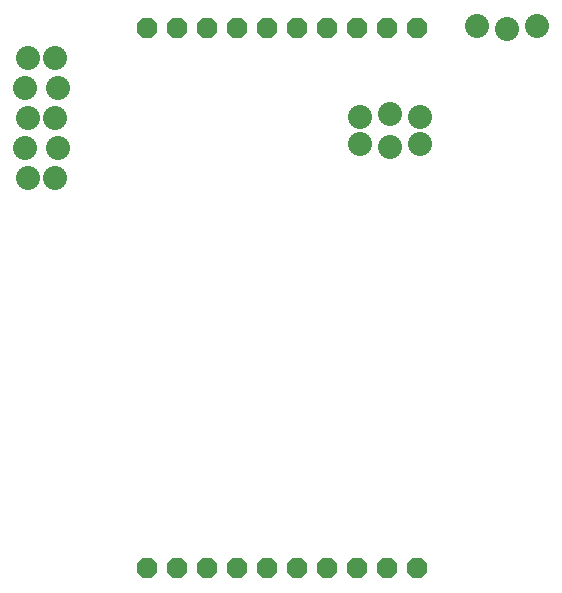
<source format=gbs>
G75*
%MOIN*%
%OFA0B0*%
%FSLAX25Y25*%
%IPPOS*%
%LPD*%
%AMOC8*
5,1,8,0,0,1.08239X$1,22.5*
%
%ADD10OC8,0.06900*%
%ADD11C,0.08000*%
D10*
X0060000Y0015000D03*
X0070000Y0015000D03*
X0080000Y0015000D03*
X0090000Y0015000D03*
X0100000Y0015000D03*
X0110000Y0015000D03*
X0120000Y0015000D03*
X0130000Y0015000D03*
X0140000Y0015000D03*
X0150000Y0015000D03*
X0150000Y0195000D03*
X0140000Y0195000D03*
X0130000Y0195000D03*
X0120000Y0195000D03*
X0110000Y0195000D03*
X0100000Y0195000D03*
X0090000Y0195000D03*
X0080000Y0195000D03*
X0070000Y0195000D03*
X0060000Y0195000D03*
D11*
X0030500Y0175000D03*
X0029500Y0165000D03*
X0020500Y0165000D03*
X0019500Y0155000D03*
X0020500Y0145000D03*
X0029500Y0145000D03*
X0030500Y0155000D03*
X0019500Y0175000D03*
X0020500Y0185000D03*
X0029500Y0185000D03*
X0131063Y0165131D03*
X0131037Y0156069D03*
X0141037Y0155069D03*
X0151037Y0156069D03*
X0151063Y0165131D03*
X0141063Y0166131D03*
X0170000Y0195500D03*
X0180000Y0194500D03*
X0190000Y0195500D03*
M02*

</source>
